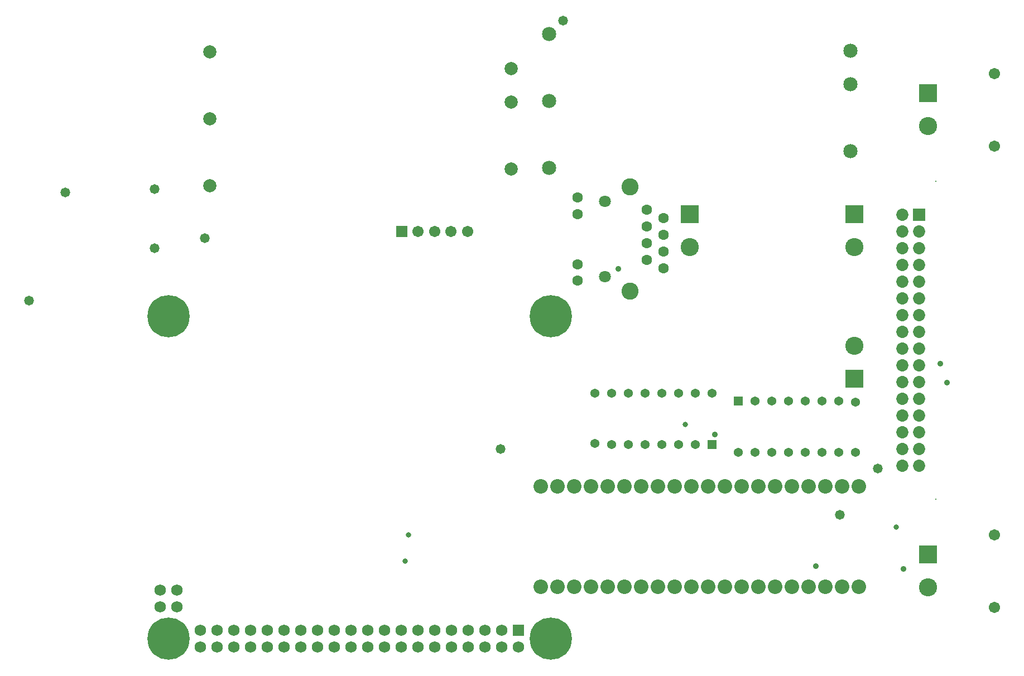
<source format=gbs>
G04*
G04 #@! TF.GenerationSoftware,Altium Limited,Altium Designer,20.0.12 (288)*
G04*
G04 Layer_Color=16711935*
%FSLAX44Y44*%
%MOMM*%
G71*
G01*
G75*
%ADD26C,2.7532*%
%ADD27R,2.7532X2.7532*%
%ADD28C,2.0032*%
%ADD29C,1.7112*%
%ADD30R,1.7112X1.7112*%
%ADD31C,1.6032*%
%ADD32C,2.6032*%
%ADD33C,1.8032*%
%ADD34C,1.8532*%
%ADD35R,1.8532X1.8532*%
%ADD36C,0.2032*%
%ADD37C,1.3732*%
%ADD38R,1.3732X1.3732*%
%ADD39O,2.2032X2.2032*%
%ADD40C,1.7272*%
%ADD41R,1.7272X1.7272*%
%ADD42C,6.4032*%
%ADD43C,2.1532*%
%ADD44C,0.8032*%
%ADD45C,0.9032*%
%ADD46C,1.4732*%
D26*
X1302000Y482000D02*
D03*
X1414000Y815000D02*
D03*
Y115000D02*
D03*
X1052000Y632000D02*
D03*
X1302000D02*
D03*
D27*
Y432000D02*
D03*
X1414000Y865000D02*
D03*
Y165000D02*
D03*
X1052000Y682000D02*
D03*
X1302000D02*
D03*
D28*
X781000Y750000D02*
D03*
Y902400D02*
D03*
Y851600D02*
D03*
X323800Y927800D02*
D03*
Y826200D02*
D03*
Y724600D02*
D03*
D29*
X665000Y655250D02*
D03*
X690000D02*
D03*
X640000D02*
D03*
X715000D02*
D03*
X1514000Y895000D02*
D03*
Y785000D02*
D03*
Y195000D02*
D03*
Y85000D02*
D03*
D30*
X615000Y655250D02*
D03*
D31*
X986500Y688350D02*
D03*
X1011900Y675650D02*
D03*
X986500Y662950D02*
D03*
X1011900Y650250D02*
D03*
X986500Y637550D02*
D03*
X1011900Y624850D02*
D03*
X986500Y612150D02*
D03*
X1011900Y599450D02*
D03*
X881900Y580900D02*
D03*
Y605800D02*
D03*
Y682000D02*
D03*
Y706900D02*
D03*
D32*
X961500Y722650D02*
D03*
Y565150D02*
D03*
D33*
X923000Y701050D02*
D03*
Y586750D02*
D03*
D34*
X1374600Y324900D02*
D03*
X1400000D02*
D03*
X1374600Y375700D02*
D03*
X1400000D02*
D03*
X1374600Y426500D02*
D03*
X1400000D02*
D03*
X1374600Y477300D02*
D03*
X1400000D02*
D03*
X1374600Y528100D02*
D03*
X1400000D02*
D03*
X1374600Y578900D02*
D03*
X1400000D02*
D03*
X1374600Y629700D02*
D03*
X1400000D02*
D03*
X1374600Y680500D02*
D03*
Y299500D02*
D03*
Y350300D02*
D03*
Y401100D02*
D03*
Y451900D02*
D03*
Y502700D02*
D03*
Y553500D02*
D03*
Y604300D02*
D03*
Y655100D02*
D03*
X1400000Y299500D02*
D03*
Y350300D02*
D03*
Y401100D02*
D03*
Y451900D02*
D03*
Y502700D02*
D03*
Y553500D02*
D03*
Y604300D02*
D03*
Y655100D02*
D03*
D35*
Y680500D02*
D03*
D36*
X1425400Y731300D02*
D03*
Y248700D02*
D03*
D37*
X1085800Y410000D02*
D03*
X1060400D02*
D03*
Y332200D02*
D03*
X1035000D02*
D03*
X1009600D02*
D03*
X984200D02*
D03*
X958800D02*
D03*
X933400D02*
D03*
X908000Y333800D02*
D03*
Y410000D02*
D03*
X933400D02*
D03*
X958800D02*
D03*
X984200D02*
D03*
X1009600D02*
D03*
X1035000D02*
D03*
X1126100Y320400D02*
D03*
X1151500D02*
D03*
Y398200D02*
D03*
X1176900D02*
D03*
X1202300D02*
D03*
X1227700D02*
D03*
X1253100D02*
D03*
X1278500D02*
D03*
X1303900Y396600D02*
D03*
Y320400D02*
D03*
X1278500D02*
D03*
X1253100D02*
D03*
X1227700D02*
D03*
X1202300D02*
D03*
X1176900D02*
D03*
D38*
X1085800Y332200D02*
D03*
X1126100Y398200D02*
D03*
D39*
X1232569Y268283D02*
D03*
X1257969D02*
D03*
X1308769D02*
D03*
X1207169D02*
D03*
X1283369D02*
D03*
X1181769D02*
D03*
X927661Y116137D02*
D03*
X826060D02*
D03*
X902261D02*
D03*
X876861D02*
D03*
X851460D02*
D03*
X953061D02*
D03*
X978460D02*
D03*
X1029260D02*
D03*
X1054660D02*
D03*
X1080061D02*
D03*
X1003860D02*
D03*
X1105461D02*
D03*
X1156261D02*
D03*
X1308660D02*
D03*
X1283260D02*
D03*
X1257860D02*
D03*
X1232460D02*
D03*
X1130861D02*
D03*
X1207060D02*
D03*
X1181661D02*
D03*
X927769Y268283D02*
D03*
X825915D02*
D03*
X902369D02*
D03*
X876969D02*
D03*
X851569D02*
D03*
X953169D02*
D03*
X1080169D02*
D03*
X1156369D02*
D03*
X1130969D02*
D03*
X1105569D02*
D03*
X1054769D02*
D03*
X1029369D02*
D03*
X1003969D02*
D03*
X978569D02*
D03*
D40*
X248700Y85530D02*
D03*
X274100D02*
D03*
X248700Y110930D02*
D03*
X274100D02*
D03*
X309700Y24300D02*
D03*
X335100D02*
D03*
X360500D02*
D03*
X385900D02*
D03*
X411300D02*
D03*
X436700D02*
D03*
X309700Y49700D02*
D03*
X335100D02*
D03*
X360500D02*
D03*
X385900D02*
D03*
X411300D02*
D03*
X436700D02*
D03*
X462100Y24300D02*
D03*
Y49700D02*
D03*
X487500Y24300D02*
D03*
X512900D02*
D03*
X538300D02*
D03*
X563700D02*
D03*
X589100D02*
D03*
X614500D02*
D03*
X487500Y49700D02*
D03*
X512900D02*
D03*
X538300D02*
D03*
X563700D02*
D03*
X589100D02*
D03*
X614500D02*
D03*
X639900Y24300D02*
D03*
Y49700D02*
D03*
X665300Y24300D02*
D03*
X690700D02*
D03*
X716100D02*
D03*
X741500D02*
D03*
X766900D02*
D03*
X665300Y49700D02*
D03*
X690700D02*
D03*
X716100D02*
D03*
X741500D02*
D03*
X766900D02*
D03*
X792300Y24300D02*
D03*
D41*
Y49700D02*
D03*
D42*
X841000Y37000D02*
D03*
X261000D02*
D03*
Y527000D02*
D03*
X841000D02*
D03*
D43*
X838750Y751650D02*
D03*
Y853250D02*
D03*
Y954850D02*
D03*
X1295950Y878650D02*
D03*
Y929450D02*
D03*
Y777050D02*
D03*
D44*
X1045000Y362500D02*
D03*
X1365250Y206250D02*
D03*
X620000Y154810D02*
D03*
X625000Y195000D02*
D03*
D45*
X943557Y598500D02*
D03*
X1243250Y147500D02*
D03*
X1376250Y142750D02*
D03*
X1090000Y347500D02*
D03*
X1432000Y455000D02*
D03*
X1442000Y426000D02*
D03*
D46*
X316000Y645500D02*
D03*
X1337180Y295323D02*
D03*
X1280000Y225000D02*
D03*
X765000Y325000D02*
D03*
X240000Y630000D02*
D03*
X860000Y975000D02*
D03*
X50000Y550000D02*
D03*
X105000Y715000D02*
D03*
X240000Y720000D02*
D03*
M02*

</source>
